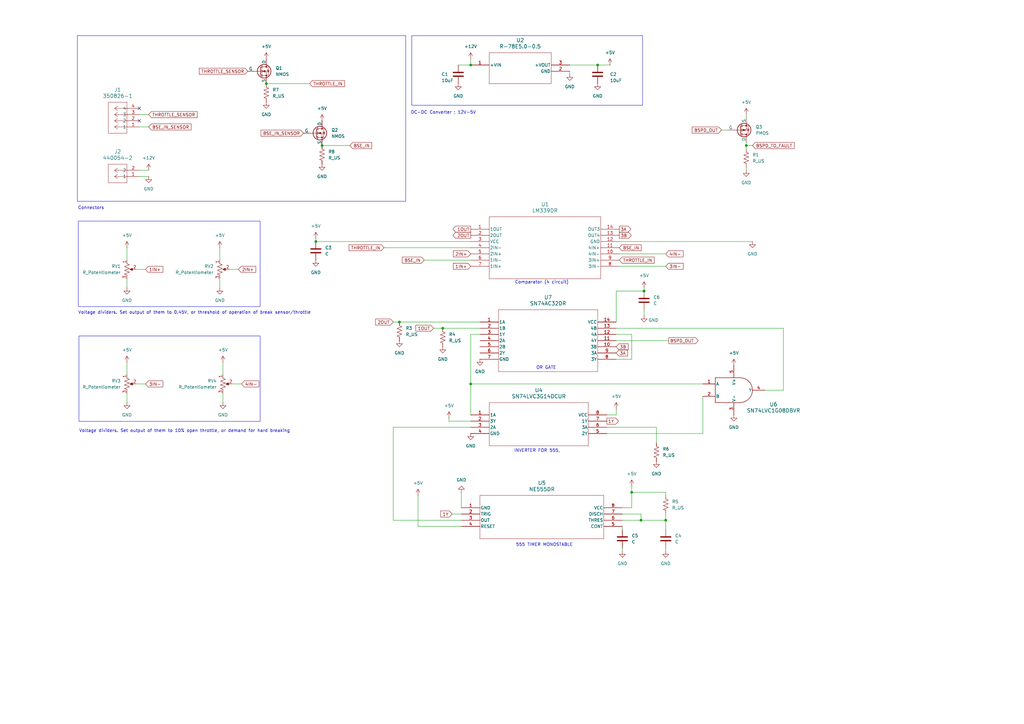
<source format=kicad_sch>
(kicad_sch (version 20231120) (generator "eeschema") (generator_version "8.0")
  (paper "A3")
  (lib_symbols
    (symbol "+5V_1" (power) (pin_numbers hide) (pin_names (offset 0) hide)
      (property "Value" "+5V" (at 0 3.556 0))
      (symbol "+5V_1_0_1"
        (polyline (pts (xy -0.762 1.27) (xy 0 2.54)))
        (polyline (pts (xy 0 0) (xy 0 2.54)))
        (polyline (pts (xy 0 2.54) (xy 0.762 1.27)))
      )
      (symbol "+5V_1_1_1"
        (pin power_in line (at 0 0 90) (length 0) (name "~") (number "1"))
      )
    )
    (symbol "350826-1:350826-1" (pin_names (offset 0.254))
      (property "Reference" "J" (at 8.89 6.35 0))
      (property "Value" "350826-1" (at 0 0 0))
      (symbol "350826-1_1_1"
        (polyline (pts (xy 5.08 -10.16) (xy 12.7 -10.16)) (stroke (width 0.127)))
        (polyline (pts (xy 5.08 2.54) (xy 5.08 -10.16)) (stroke (width 0.127)))
        (polyline (pts (xy 10.16 -7.62) (xy 5.08 -7.62)) (stroke (width 0.127)))
        (polyline (pts (xy 10.16 -7.62) (xy 8.89 -8.4667)) (stroke (width 0.127)))
        (polyline (pts (xy 10.16 -7.62) (xy 8.89 -6.7733)) (stroke (width 0.127)))
        (polyline (pts (xy 10.16 -5.08) (xy 5.08 -5.08)) (stroke (width 0.127)))
        (polyline (pts (xy 10.16 -5.08) (xy 8.89 -5.9267)) (stroke (width 0.127)))
        (polyline (pts (xy 10.16 -5.08) (xy 8.89 -4.2333)) (stroke (width 0.127)))
        (polyline (pts (xy 10.16 -2.54) (xy 5.08 -2.54)) (stroke (width 0.127)))
        (polyline (pts (xy 10.16 -2.54) (xy 8.89 -3.3867)) (stroke (width 0.127)))
        (polyline (pts (xy 10.16 -2.54) (xy 8.89 -1.6933)) (stroke (width 0.127)))
        (polyline (pts (xy 10.16 0) (xy 5.08 0)) (stroke (width 0.127)))
        (polyline (pts (xy 10.16 0) (xy 8.89 -0.8467)) (stroke (width 0.127)))
        (polyline (pts (xy 10.16 0) (xy 8.89 0.8467)) (stroke (width 0.127)))
        (polyline (pts (xy 12.7 -10.16) (xy 12.7 2.54)) (stroke (width 0.127)))
        (polyline (pts (xy 12.7 2.54) (xy 5.08 2.54)) (stroke (width 0.127)))
        (pin unspecified line (at 0 0 0) (length 5.08) (name "1") (number "1"))
        (pin unspecified line (at 0 -2.54 0) (length 5.08) (name "2") (number "2"))
        (pin unspecified line (at 0 -5.08 0) (length 5.08) (name "3") (number "3"))
        (pin unspecified line (at 0 -7.62 0) (length 5.08) (name "4") (number "4"))
      )
      (symbol "350826-1_1_2"
        (polyline (pts (xy 5.08 -10.16) (xy 12.7 -10.16)) (stroke (width 0.127)))
        (polyline (pts (xy 5.08 2.54) (xy 5.08 -10.16)) (stroke (width 0.127)))
        (polyline (pts (xy 7.62 -7.62) (xy 5.08 -7.62)) (stroke (width 0.127)))
        (polyline (pts (xy 7.62 -7.62) (xy 8.89 -8.4667)) (stroke (width 0.127)))
        (polyline (pts (xy 7.62 -7.62) (xy 8.89 -6.7733)) (stroke (width 0.127)))
        (polyline (pts (xy 7.62 -5.08) (xy 5.08 -5.08)) (stroke (width 0.127)))
        (polyline (pts (xy 7.62 -5.08) (xy 8.89 -5.9267)) (stroke (width 0.127)))
        (polyline (pts (xy 7.62 -5.08) (xy 8.89 -4.2333)) (stroke (width 0.127)))
        (polyline (pts (xy 7.62 -2.54) (xy 5.08 -2.54)) (stroke (width 0.127)))
        (polyline (pts (xy 7.62 -2.54) (xy 8.89 -3.3867)) (stroke (width 0.127)))
        (polyline (pts (xy 7.62 -2.54) (xy 8.89 -1.6933)) (stroke (width 0.127)))
        (polyline (pts (xy 7.62 0) (xy 5.08 0)) (stroke (width 0.127)))
        (polyline (pts (xy 7.62 0) (xy 8.89 -0.8467)) (stroke (width 0.127)))
        (polyline (pts (xy 7.62 0) (xy 8.89 0.8467)) (stroke (width 0.127)))
        (polyline (pts (xy 12.7 -10.16) (xy 12.7 2.54)) (stroke (width 0.127)))
        (polyline (pts (xy 12.7 2.54) (xy 5.08 2.54)) (stroke (width 0.127)))
        (pin unspecified line (at 0 0 0) (length 5.08) (name "1") (number "1"))
        (pin unspecified line (at 0 -2.54 0) (length 5.08) (name "2") (number "2"))
        (pin unspecified line (at 0 -5.08 0) (length 5.08) (name "3") (number "3"))
        (pin unspecified line (at 0 -7.62 0) (length 5.08) (name "4") (number "4"))
      )
    )
    (symbol "440054_2:440054-2" (pin_names (offset 0.254))
      (property "Reference" "J" (at 8.89 6.35 0))
      (property "Value" "440054-2" (at 0 0 0))
      (symbol "440054-2_1_1"
        (polyline (pts (xy 5.08 -5.08) (xy 12.7 -5.08)) (stroke (width 0.127)))
        (polyline (pts (xy 5.08 2.54) (xy 5.08 -5.08)) (stroke (width 0.127)))
        (polyline (pts (xy 10.16 -2.54) (xy 5.08 -2.54)) (stroke (width 0.127)))
        (polyline (pts (xy 10.16 -2.54) (xy 8.89 -3.3867)) (stroke (width 0.127)))
        (polyline (pts (xy 10.16 -2.54) (xy 8.89 -1.6933)) (stroke (width 0.127)))
        (polyline (pts (xy 10.16 0) (xy 5.08 0)) (stroke (width 0.127)))
        (polyline (pts (xy 10.16 0) (xy 8.89 -0.8467)) (stroke (width 0.127)))
        (polyline (pts (xy 10.16 0) (xy 8.89 0.8467)) (stroke (width 0.127)))
        (polyline (pts (xy 12.7 -5.08) (xy 12.7 2.54)) (stroke (width 0.127)))
        (polyline (pts (xy 12.7 2.54) (xy 5.08 2.54)) (stroke (width 0.127)))
        (pin unspecified line (at 0 0 0) (length 5.08) (name "1") (number "1"))
        (pin unspecified line (at 0 -2.54 0) (length 5.08) (name "2") (number "2"))
      )
      (symbol "440054-2_1_2"
        (polyline (pts (xy 5.08 -5.08) (xy 12.7 -5.08)) (stroke (width 0.127)))
        (polyline (pts (xy 5.08 2.54) (xy 5.08 -5.08)) (stroke (width 0.127)))
        (polyline (pts (xy 7.62 -2.54) (xy 5.08 -2.54)) (stroke (width 0.127)))
        (polyline (pts (xy 7.62 -2.54) (xy 8.89 -3.3867)) (stroke (width 0.127)))
        (polyline (pts (xy 7.62 -2.54) (xy 8.89 -1.6933)) (stroke (width 0.127)))
        (polyline (pts (xy 7.62 0) (xy 5.08 0)) (stroke (width 0.127)))
        (polyline (pts (xy 7.62 0) (xy 8.89 -0.8467)) (stroke (width 0.127)))
        (polyline (pts (xy 7.62 0) (xy 8.89 0.8467)) (stroke (width 0.127)))
        (polyline (pts (xy 12.7 -5.08) (xy 12.7 2.54)) (stroke (width 0.127)))
        (polyline (pts (xy 12.7 2.54) (xy 5.08 2.54)) (stroke (width 0.127)))
        (pin unspecified line (at 0 0 0) (length 5.08) (name "1") (number "1"))
        (pin unspecified line (at 0 -2.54 0) (length 5.08) (name "2") (number "2"))
      )
    )
    (symbol "Device:C" (pin_numbers hide) (pin_names (offset 0.254))
      (property "Reference" "C" (at 0.635 2.54 0))
      (property "Value" "C" (at 0.635 -2.54 0))
      (symbol "C_0_1"
        (polyline (pts (xy -2.032 -0.762) (xy 2.032 -0.762)) (stroke (width 0.508)))
        (polyline (pts (xy -2.032 0.762) (xy 2.032 0.762)) (stroke (width 0.508)))
      )
      (symbol "C_1_1"
        (pin passive line (at 0 3.81 270) (length 2.794) (name "~") (number "1"))
        (pin passive line (at 0 -3.81 90) (length 2.794) (name "~") (number "2"))
      )
    )
    (symbol "Device:R_Potentiometer_US" (pin_names (offset 1.016) hide)
      (property "Reference" "RV" (at -4.445 0 90))
      (property "Value" "R_Potentiometer_US" (at -2.54 0 90))
      (symbol "R_Potentiometer_US_0_1"
        (polyline (pts (xy 0 -2.286) (xy 0 -2.54)))
        (polyline (pts (xy 0 2.54) (xy 0 2.286)))
        (polyline (pts (xy 2.54 0) (xy 1.524 0)))
        (polyline (pts (xy 1.143 0) (xy 2.286 0.508) (xy 2.286 -0.508) (xy 1.143 0)) (fill (type outline)))
        (polyline (pts (xy 0 -0.762) (xy 1.016 -1.143) (xy 0 -1.524) (xy -1.016 -1.905) (xy 0 -2.286)))
        (polyline (pts (xy 0 0.762) (xy 1.016 0.381) (xy 0 0) (xy -1.016 -0.381) (xy 0 -0.762)))
        (polyline (pts (xy 0 2.286) (xy 1.016 1.905) (xy 0 1.524) (xy -1.016 1.143) (xy 0 0.762)))
      )
      (symbol "R_Potentiometer_US_1_1"
        (pin passive line (at 0 3.81 270) (length 1.27) (name "1") (number "1"))
        (pin passive line (at 3.81 0 180) (length 1.27) (name "2") (number "2"))
        (pin passive line (at 0 -3.81 90) (length 1.27) (name "3") (number "3"))
      )
    )
    (symbol "Device:R_US" (pin_numbers hide) (pin_names (offset 0))
      (property "Reference" "R" (at 2.54 0 90))
      (property "Value" "R_US" (at -2.54 0 90))
      (symbol "R_US_0_1"
        (polyline (pts (xy 0 -2.286) (xy 0 -2.54)))
        (polyline (pts (xy 0 2.286) (xy 0 2.54)))
        (polyline (pts (xy 0 -0.762) (xy 1.016 -1.143) (xy 0 -1.524) (xy -1.016 -1.905) (xy 0 -2.286)))
        (polyline (pts (xy 0 0.762) (xy 1.016 0.381) (xy 0 0) (xy -1.016 -0.381) (xy 0 -0.762)))
        (polyline (pts (xy 0 2.286) (xy 1.016 1.905) (xy 0 1.524) (xy -1.016 1.143) (xy 0 0.762)))
      )
      (symbol "R_US_1_1"
        (pin passive line (at 0 3.81 270) (length 1.27) (name "~") (number "1"))
        (pin passive line (at 0 -3.81 90) (length 1.27) (name "~") (number "2"))
      )
    )
    (symbol "LM339DR:LM339DR" (pin_names (offset 0.254))
      (property "Reference" "U" (at 30.48 10.16 0))
      (property "Value" "LM339DR" (at 30.48 7.62 0))
      (symbol "LM339DR_0_1"
        (polyline (pts (xy 7.62 -20.32) (xy 53.34 -20.32)) (stroke (width 0.127)))
        (polyline (pts (xy 7.62 5.08) (xy 7.62 -20.32)) (stroke (width 0.127)))
        (polyline (pts (xy 53.34 -20.32) (xy 53.34 5.08)) (stroke (width 0.127)))
        (polyline (pts (xy 53.34 5.08) (xy 7.62 5.08)) (stroke (width 0.127)))
        (pin output line (at 0 0 0) (length 7.62) (name "1OUT") (number "1"))
        (pin input line (at 60.96 -10.16 180) (length 7.62) (name "4IN-") (number "10"))
        (pin input line (at 60.96 -7.62 180) (length 7.62) (name "4IN+") (number "11"))
        (pin power_in line (at 60.96 -5.08 180) (length 7.62) (name "GND") (number "12"))
        (pin output line (at 60.96 -2.54 180) (length 7.62) (name "OUT4") (number "13"))
        (pin output line (at 60.96 0 180) (length 7.62) (name "OUT3") (number "14"))
        (pin output line (at 0 -2.54 0) (length 7.62) (name "2OUT") (number "2"))
        (pin power_in line (at 0 -5.08 0) (length 7.62) (name "VCC") (number "3"))
        (pin input line (at 0 -7.62 0) (length 7.62) (name "2IN-") (number "4"))
        (pin input line (at 0 -10.16 0) (length 7.62) (name "2IN+") (number "5"))
        (pin input line (at 0 -12.7 0) (length 7.62) (name "1IN-") (number "6"))
        (pin input line (at 0 -15.24 0) (length 7.62) (name "1IN+") (number "7"))
        (pin input line (at 60.96 -15.24 180) (length 7.62) (name "3IN-") (number "8"))
        (pin input line (at 60.96 -12.7 180) (length 7.62) (name "3IN+") (number "9"))
      )
    )
    (symbol "NE555DR:NE555DR" (pin_names (offset 0.254))
      (property "Reference" "U" (at 33.02 10.16 0))
      (property "Value" "NE555DR" (at 33.02 7.62 0))
      (symbol "NE555DR_0_1"
        (polyline (pts (xy 7.62 -12.7) (xy 58.42 -12.7)) (stroke (width 0.127)))
        (polyline (pts (xy 7.62 5.08) (xy 7.62 -12.7)) (stroke (width 0.127)))
        (polyline (pts (xy 58.42 -12.7) (xy 58.42 5.08)) (stroke (width 0.127)))
        (polyline (pts (xy 58.42 5.08) (xy 7.62 5.08)) (stroke (width 0.127)))
        (pin power_in line (at 0 0 0) (length 7.62) (name "GND") (number "1"))
        (pin input line (at 0 -2.54 0) (length 7.62) (name "TRIG") (number "2"))
        (pin output line (at 0 -5.08 0) (length 7.62) (name "OUT") (number "3"))
        (pin input line (at 0 -7.62 0) (length 7.62) (name "RESET") (number "4"))
        (pin unspecified line (at 66.04 -7.62 180) (length 7.62) (name "CONT") (number "5"))
        (pin input line (at 66.04 -5.08 180) (length 7.62) (name "THRES") (number "6"))
        (pin unspecified line (at 66.04 -2.54 180) (length 7.62) (name "DISCH") (number "7"))
        (pin power_in line (at 66.04 0 180) (length 7.62) (name "VCC") (number "8"))
      )
    )
    (symbol "R_78E5_0_0_5:R-78E5.0-0.5" (pin_names (offset 0.254))
      (property "Reference" "U" (at 20.32 10.16 0))
      (property "Value" "R-78E5.0-0.5" (at 20.32 7.62 0))
      (symbol "R-78E5.0-0.5_0_1"
        (polyline (pts (xy 7.62 -7.62) (xy 33.02 -7.62)) (stroke (width 0.127)))
        (polyline (pts (xy 7.62 5.08) (xy 7.62 -7.62)) (stroke (width 0.127)))
        (polyline (pts (xy 33.02 -7.62) (xy 33.02 5.08)) (stroke (width 0.127)))
        (polyline (pts (xy 33.02 5.08) (xy 7.62 5.08)) (stroke (width 0.127)))
        (pin power_in line (at 0 0 0) (length 7.62) (name "+VIN") (number "1"))
        (pin power_out line (at 40.64 -2.54 180) (length 7.62) (name "GND") (number "2"))
        (pin power_in line (at 40.64 0 180) (length 7.62) (name "+VOUT") (number "3"))
      )
    )
    (symbol "SN74AC32DR:SN74AC32DR" (pin_names (offset 0.254))
      (property "Reference" "U" (at 27.94 10.16 0))
      (property "Value" "SN74AC32DR" (at 27.94 7.62 0))
      (symbol "SN74AC32DR_0_1"
        (polyline (pts (xy 7.62 -20.32) (xy 48.26 -20.32)) (stroke (width 0.127)))
        (polyline (pts (xy 7.62 5.08) (xy 7.62 -20.32)) (stroke (width 0.127)))
        (polyline (pts (xy 48.26 -20.32) (xy 48.26 5.08)) (stroke (width 0.127)))
        (polyline (pts (xy 48.26 5.08) (xy 7.62 5.08)) (stroke (width 0.127)))
        (pin input line (at 0 0 0) (length 7.62) (name "1A") (number "1"))
        (pin input line (at 55.88 -10.16 180) (length 7.62) (name "3B") (number "10"))
        (pin output line (at 55.88 -7.62 180) (length 7.62) (name "4Y") (number "11"))
        (pin input line (at 55.88 -5.08 180) (length 7.62) (name "4A") (number "12"))
        (pin input line (at 55.88 -2.54 180) (length 7.62) (name "4B") (number "13"))
        (pin power_in line (at 55.88 0 180) (length 7.62) (name "VCC") (number "14"))
        (pin input line (at 0 -2.54 0) (length 7.62) (name "1B") (number "2"))
        (pin output line (at 0 -5.08 0) (length 7.62) (name "1Y") (number "3"))
        (pin input line (at 0 -7.62 0) (length 7.62) (name "2A") (number "4"))
        (pin input line (at 0 -10.16 0) (length 7.62) (name "2B") (number "5"))
        (pin output line (at 0 -12.7 0) (length 7.62) (name "2Y") (number "6"))
        (pin power_in line (at 0 -15.24 0) (length 7.62) (name "GND") (number "7"))
        (pin output line (at 55.88 -15.24 180) (length 7.62) (name "3Y") (number "8"))
        (pin input line (at 55.88 -12.7 180) (length 7.62) (name "3A") (number "9"))
      )
    )
    (symbol "SN74LVC1G08DBVR:SN74LVC1G08DBVR" (pin_names (offset 0.254))
      (property "Reference" "U" (at 0 2.54 0))
      (property "Value" "SN74LVC1G08DBVR" (at 0 0 0))
      (symbol "SN74LVC1G08DBVR_0_1"
        (polyline (pts (xy -7.62 -5.08) (xy -7.62 5.08)) (stroke (width 0.2032)))
        (polyline (pts (xy -7.62 5.08) (xy -6.35 5.08)) (stroke (width 0.2032)))
        (polyline (pts (xy -6.35 -5.08) (xy -7.62 -5.08)) (stroke (width 0.2032)))
        (polyline (pts (xy -6.35 -5.08) (xy 2.54 -5.08)) (stroke (width 0.2032)))
        (polyline (pts (xy -6.35 5.08) (xy 2.54 5.08)) (stroke (width 0.2032)))
        (arc (start 2.54 -5.08) (mid 7.5978 0) (end 2.54 5.08) (stroke (width 0.2032)))
        (pin input line (at -12.7 2.54 0) (length 5.08) (name "A") (number "1"))
        (pin input line (at -12.7 -2.54 0) (length 5.08) (name "B") (number "2"))
        (pin power_in line (at 0 -10.16 90) (length 5.08) (name "V-") (number "3"))
        (pin output line (at 12.7 0 180) (length 5.08) (name "Y") (number "4"))
        (pin power_in line (at 0 10.16 270) (length 5.08) (name "V+") (number "5"))
      )
    )
    (symbol "SN74LVC3G14DCUR:SN74LVC3G14DCUR" (pin_names (offset 0.254))
      (property "Reference" "U" (at 27.94 10.16 0))
      (property "Value" "SN74LVC3G14DCUR" (at 27.94 7.62 0))
      (symbol "SN74LVC3G14DCUR_0_1"
        (polyline (pts (xy 7.62 -12.7) (xy 48.26 -12.7)) (stroke (width 0.127)))
        (polyline (pts (xy 7.62 5.08) (xy 7.62 -12.7)) (stroke (width 0.127)))
        (polyline (pts (xy 48.26 -12.7) (xy 48.26 5.08)) (stroke (width 0.127)))
        (polyline (pts (xy 48.26 5.08) (xy 7.62 5.08)) (stroke (width 0.127)))
        (pin input line (at 0 0 0) (length 7.62) (name "1A") (number "1"))
        (pin output line (at 0 -2.54 0) (length 7.62) (name "3Y") (number "2"))
        (pin input line (at 0 -5.08 0) (length 7.62) (name "2A") (number "3"))
        (pin power_in line (at 0 -7.62 0) (length 7.62) (name "GND") (number "4"))
        (pin output line (at 55.88 -7.62 180) (length 7.62) (name "2Y") (number "5"))
        (pin input line (at 55.88 -5.08 180) (length 7.62) (name "3A") (number "6"))
        (pin output line (at 55.88 -2.54 180) (length 7.62) (name "1Y") (number "7"))
        (pin power_in line (at 55.88 0 180) (length 7.62) (name "VCC") (number "8"))
      )
    )
    (symbol "Simulation_SPICE:NMOS" (pin_numbers hide) (pin_names (offset 0))
      (property "Reference" "Q" (at 5.08 1.27 0))
      (property "Value" "NMOS" (at 5.08 -1.27 0))
      (symbol "NMOS_0_1"
        (polyline (pts (xy 0.254 0) (xy -2.54 0)))
        (polyline (pts (xy 0.254 1.905) (xy 0.254 -1.905)) (stroke (width 0.254)))
        (polyline (pts (xy 0.762 -1.27) (xy 0.762 -2.286)) (stroke (width 0.254)))
        (polyline (pts (xy 0.762 0.508) (xy 0.762 -0.508)) (stroke (width 0.254)))
        (polyline (pts (xy 0.762 2.286) (xy 0.762 1.27)) (stroke (width 0.254)))
        (polyline (pts (xy 2.54 2.54) (xy 2.54 1.778)))
        (polyline (pts (xy 2.54 -2.54) (xy 2.54 0) (xy 0.762 0)))
        (polyline (pts (xy 0.762 -1.778) (xy 3.302 -1.778) (xy 3.302 1.778) (xy 0.762 1.778)))
        (polyline (pts (xy 1.016 0) (xy 2.032 0.381) (xy 2.032 -0.381) (xy 1.016 0)) (fill (type outline)))
        (polyline (pts (xy 2.794 0.508) (xy 2.921 0.381) (xy 3.683 0.381) (xy 3.81 0.254)))
        (polyline (pts (xy 3.302 0.381) (xy 2.921 -0.254) (xy 3.683 -0.254) (xy 3.302 0.381)))
        (circle (center 1.651 0) (radius 2.794) (stroke (width 0.254)))
        (circle (center 2.54 -1.778) (radius 0.254) (fill (type outline)))
        (circle (center 2.54 1.778) (radius 0.254) (fill (type outline)))
      )
      (symbol "NMOS_1_1"
        (pin passive line (at 2.54 5.08 270) (length 2.54) (name "D") (number "1"))
        (pin input line (at -5.08 0 0) (length 2.54) (name "G") (number "2"))
        (pin passive line (at 2.54 -5.08 90) (length 2.54) (name "S") (number "3"))
      )
    )
    (symbol "Simulation_SPICE:PMOS" (pin_numbers hide) (pin_names (offset 0))
      (property "Reference" "Q" (at 5.08 1.27 0))
      (property "Value" "PMOS" (at 5.08 -1.27 0))
      (symbol "PMOS_0_1"
        (polyline (pts (xy 0.254 0) (xy -2.54 0)))
        (polyline (pts (xy 0.254 1.905) (xy 0.254 -1.905)) (stroke (width 0.254)))
        (polyline (pts (xy 0.762 -1.27) (xy 0.762 -2.286)) (stroke (width 0.254)))
        (polyline (pts (xy 0.762 0.508) (xy 0.762 -0.508)) (stroke (width 0.254)))
        (polyline (pts (xy 0.762 2.286) (xy 0.762 1.27)) (stroke (width 0.254)))
        (polyline (pts (xy 2.54 2.54) (xy 2.54 1.778)))
        (polyline (pts (xy 2.54 -2.54) (xy 2.54 0) (xy 0.762 0)))
        (polyline (pts (xy 0.762 1.778) (xy 3.302 1.778) (xy 3.302 -1.778) (xy 0.762 -1.778)))
        (polyline (pts (xy 2.286 0) (xy 1.27 0.381) (xy 1.27 -0.381) (xy 2.286 0)) (fill (type outline)))
        (polyline (pts (xy 2.794 -0.508) (xy 2.921 -0.381) (xy 3.683 -0.381) (xy 3.81 -0.254)))
        (polyline (pts (xy 3.302 -0.381) (xy 2.921 0.254) (xy 3.683 0.254) (xy 3.302 -0.381)))
        (circle (center 1.651 0) (radius 2.794) (stroke (width 0.254)))
        (circle (center 2.54 -1.778) (radius 0.254) (fill (type outline)))
        (circle (center 2.54 1.778) (radius 0.254) (fill (type outline)))
      )
      (symbol "PMOS_1_1"
        (pin passive line (at 2.54 5.08 270) (length 2.54) (name "D") (number "1"))
        (pin input line (at -5.08 0 0) (length 2.54) (name "G") (number "2"))
        (pin passive line (at 2.54 -5.08 90) (length 2.54) (name "S") (number "3"))
      )
    )
    (symbol "power:+12V" (power) (pin_numbers hide) (pin_names (offset 0) hide)
      (property "Value" "+12V" (at 0 3.556 0))
      (symbol "+12V_0_1"
        (polyline (pts (xy -0.762 1.27) (xy 0 2.54)))
        (polyline (pts (xy 0 0) (xy 0 2.54)))
        (polyline (pts (xy 0 2.54) (xy 0.762 1.27)))
      )
      (symbol "+12V_1_1"
        (pin power_in line (at 0 0 90) (length 0) (name "~") (number "1"))
      )
    )
    (symbol "power:+5V" (power) (pin_numbers hide) (pin_names (offset 0) hide)
      (property "Value" "+5V" (at 0 5.08 0))
      (symbol "+5V_0_1"
        (polyline (pts (xy -0.762 1.27) (xy 0 2.54)))
        (polyline (pts (xy 0 0) (xy 0 2.54)))
        (polyline (pts (xy 0 2.54) (xy 0.762 1.27)))
      )
      (symbol "+5V_1_1"
        (pin power_out line (at 0 0 90) (length 0) (name "~") (number "1"))
      )
    )
    (symbol "power:GND" (power) (pin_numbers hide) (pin_names (offset 0) hide)
      (property "Value" "GND" (at 0 -3.81 0))
      (symbol "GND_0_1"
        (polyline (pts (xy 0 0) (xy 0 -1.27) (xy 1.27 -1.27) (xy 0 -2.54) (xy -1.27 -1.27) (xy 0 -1.27)))
      )
      (symbol "GND_1_1"
        (pin power_in line (at 0 0 270) (length 0) (name "~") (number "1"))
      )
    )
  )
  (junction (at 193.04 26.67))
  (junction (at 193.04 157.48))
  (junction (at 129.54 99.06))
  (junction (at 262.89 213.36))
  (junction (at 163.83 132.08))
  (junction (at 132.08 59.69))
  (junction (at 181.61 134.62))
  (junction (at 306.07 59.69))
  (junction (at 273.05 213.36))
  (junction (at 259.08 201.93))
  (junction (at 245.11 26.67))
  (junction (at 109.22 34.29))
  (junction (at 264.16 119.38))
  (no_connect (at 57.15 44.45))
  (no_connect (at 57.15 49.53))
  (wire (pts (xy 264.16 127) (xy 264.16 129.54)))
  (wire (pts (xy 269.24 175.26) (xy 269.24 181.61)))
  (wire (pts (xy 95.25 157.48) (xy 99.06 157.48)))
  (wire (pts (xy 259.08 147.32) (xy 259.08 137.16)))
  (wire (pts (xy 52.07 161.29) (xy 52.07 165.1)))
  (wire (pts (xy 161.29 175.26) (xy 193.04 175.26)))
  (wire (pts (xy 273.05 104.14) (xy 254 104.14)))
  (wire (pts (xy 57.15 46.99) (xy 60.96 46.99)))
  (wire (pts (xy 252.73 167.64) (xy 252.73 170.18)))
  (wire (pts (xy 57.15 52.07) (xy 60.96 52.07)))
  (wire (pts (xy 233.68 29.21) (xy 233.68 30.48)))
  (wire (pts (xy 259.08 201.93) (xy 273.05 201.93)))
  (wire (pts (xy 255.27 215.9) (xy 255.27 217.17)))
  (wire (pts (xy 262.89 213.36) (xy 273.05 213.36)))
  (wire (pts (xy 254 99.06) (xy 308.61 99.06)))
  (wire (pts (xy 196.85 137.16) (xy 193.04 137.16)))
  (wire (pts (xy 252.73 139.7) (xy 274.32 139.7)))
  (wire (pts (xy 245.11 26.67) (xy 250.19 26.67)))
  (wire (pts (xy 262.89 210.82) (xy 255.27 210.82)))
  (wire (pts (xy 252.73 147.32) (xy 259.08 147.32)))
  (wire (pts (xy 269.24 175.26) (xy 248.92 175.26)))
  (wire (pts (xy 306.07 58.42) (xy 306.07 59.69)))
  (wire (pts (xy 52.07 148.59) (xy 52.07 153.67)))
  (wire (pts (xy 313.69 160.02) (xy 321.31 160.02)))
  (wire (pts (xy 129.54 99.06) (xy 129.54 97.79)))
  (wire (pts (xy 255.27 226.06) (xy 255.27 224.79)))
  (wire (pts (xy 308.61 59.69) (xy 306.07 59.69)))
  (wire (pts (xy 193.04 137.16) (xy 193.04 157.48)))
  (wire (pts (xy 181.61 134.62) (xy 196.85 134.62)))
  (wire (pts (xy 55.88 110.49) (xy 59.69 110.49)))
  (wire (pts (xy 173.99 106.68) (xy 193.04 106.68)))
  (wire (pts (xy 52.07 101.6) (xy 52.07 106.68)))
  (wire (pts (xy 177.8 134.62) (xy 181.61 134.62)))
  (wire (pts (xy 273.05 210.82) (xy 273.05 213.36)))
  (wire (pts (xy 288.29 162.56) (xy 288.29 177.8)))
  (wire (pts (xy 132.08 59.69) (xy 143.51 59.69)))
  (wire (pts (xy 129.54 99.06) (xy 193.04 99.06)))
  (wire (pts (xy 259.08 199.39) (xy 259.08 201.93)))
  (wire (pts (xy 157.48 101.6) (xy 193.04 101.6)))
  (wire (pts (xy 252.73 119.38) (xy 264.16 119.38)))
  (wire (pts (xy 306.07 69.85) (xy 306.07 68.58)))
  (wire (pts (xy 259.08 208.28) (xy 255.27 208.28)))
  (wire (pts (xy 193.04 157.48) (xy 288.29 157.48)))
  (wire (pts (xy 52.07 114.3) (xy 52.07 118.11)))
  (wire (pts (xy 262.89 213.36) (xy 262.89 210.82)))
  (wire (pts (xy 259.08 137.16) (xy 252.73 137.16)))
  (wire (pts (xy 189.23 213.36) (xy 161.29 213.36)))
  (wire (pts (xy 193.04 24.13) (xy 193.04 26.67)))
  (wire (pts (xy 57.15 72.39) (xy 60.96 72.39)))
  (wire (pts (xy 273.05 226.06) (xy 273.05 224.79)))
  (wire (pts (xy 161.29 132.08) (xy 163.83 132.08)))
  (wire (pts (xy 252.73 170.18) (xy 248.92 170.18)))
  (wire (pts (xy 259.08 201.93) (xy 259.08 208.28)))
  (wire (pts (xy 321.31 160.02) (xy 321.31 134.62)))
  (wire (pts (xy 252.73 119.38) (xy 252.73 132.08)))
  (wire (pts (xy 273.05 201.93) (xy 273.05 203.2)))
  (wire (pts (xy 163.83 132.08) (xy 196.85 132.08)))
  (wire (pts (xy 264.16 118.11) (xy 264.16 119.38)))
  (wire (pts (xy 93.98 110.49) (xy 97.79 110.49)))
  (wire (pts (xy 57.15 69.85) (xy 60.96 69.85)))
  (wire (pts (xy 189.23 215.9) (xy 171.45 215.9)))
  (wire (pts (xy 55.88 157.48) (xy 59.69 157.48)))
  (wire (pts (xy 184.15 171.45) (xy 184.15 172.72)))
  (wire (pts (xy 184.15 172.72) (xy 193.04 172.72)))
  (wire (pts (xy 273.05 109.22) (xy 254 109.22)))
  (wire (pts (xy 193.04 157.48) (xy 193.04 170.18)))
  (wire (pts (xy 255.27 213.36) (xy 262.89 213.36)))
  (wire (pts (xy 321.31 134.62) (xy 252.73 134.62)))
  (wire (pts (xy 295.91 53.34) (xy 298.45 53.34)))
  (wire (pts (xy 306.07 46.99) (xy 306.07 48.26)))
  (wire (pts (xy 90.17 114.3) (xy 90.17 118.11)))
  (wire (pts (xy 273.05 217.17) (xy 273.05 213.36)))
  (wire (pts (xy 171.45 203.2) (xy 171.45 215.9)))
  (wire (pts (xy 233.68 26.67) (xy 245.11 26.67)))
  (wire (pts (xy 306.07 59.69) (xy 306.07 60.96)))
  (wire (pts (xy 90.17 101.6) (xy 90.17 106.68)))
  (wire (pts (xy 91.44 161.29) (xy 91.44 165.1)))
  (wire (pts (xy 187.96 26.67) (xy 193.04 26.67)))
  (wire (pts (xy 91.44 148.59) (xy 91.44 153.67)))
  (wire (pts (xy 248.92 177.8) (xy 288.29 177.8)))
  (wire (pts (xy 189.23 201.93) (xy 189.23 208.28)))
  (wire (pts (xy 185.42 210.82) (xy 189.23 210.82)))
  (wire (pts (xy 109.22 34.29) (xy 127 34.29)))
  (wire (pts (xy 161.29 213.36) (xy 161.29 175.26)))
  (rectangle (start 31.75 14.605) (end 166.37 82.55))
  (rectangle (start 168.91 14.605) (end 263.525 43.18))
  (rectangle (start 32.385 137.795) (end 106.68 172.847))
  (rectangle (start 32.131 90.678) (end 106.68 125.73))
  (text "Comparator (4 circuit)\n" (at 222.25 115.824 0) (effects (font (size 1.27 1.27))))
  (text "OR GATE\n" (at 224.028 150.876 0) (effects (font (size 1.27 1.27))))
  (text "Voltage dividers. Set output of them to 10% open throttle, or demand for hard breaking\n" (at 75.692 176.784 0) (effects (font (size 1.27 1.27))))
  (text "Voltage dividers. Set output of them to 0.45V, or threshold of operation of break sensor/throttle\n" (at 79.756 128.27 0) (effects (font (size 1.27 1.27))))
  (text "INVERTER FOR 555, \n" (at 210.82 184.912 0) (effects (font (size 1.27 1.27)) (justify left)))
  (text "555 TIMER MONOSTABLE\n" (at 211.582 223.52 0) (effects (font (size 1.27 1.27)) (justify left)))
  (text "DC-DC Converter ; 12V-5V\n" (at 181.864 46.228 0) (effects (font (size 1.27 1.27))))
  (text "Connectors \n" (at 37.846 85.344 0) (effects (font (size 1.27 1.27))))
  (global_label "BSPD_OUT" (shape output) (at 274.32 139.7 0) (property "Intersheetrefs" "${INTERSHEET_REFS}" (effects (hide yes))))
  (global_label "2OUT" (shape output) (at 193.04 96.52 180) (property "Intersheetrefs" "${INTERSHEET_REFS}" (effects (hide yes))))
  (global_label "BSPD_TO_FAULT" (shape input) (at 308.61 59.69 0) (property "Intersheetrefs" "${INTERSHEET_REFS}" (effects (hide yes))))
  (global_label "4IN-" (shape input) (at 273.05 104.14 0) (property "Intersheetrefs" "${INTERSHEET_REFS}" (effects (hide yes))))
  (global_label "THROTTLE_SENSOR" (shape input) (at 60.96 46.99 0) (property "Intersheetrefs" "${INTERSHEET_REFS}" (effects (hide yes))))
  (global_label "3B" (shape output) (at 254 96.52 0) (property "Intersheetrefs" "${INTERSHEET_REFS}" (effects (hide yes))))
  (global_label "1IN+" (shape input) (at 59.69 110.49 0) (property "Intersheetrefs" "${INTERSHEET_REFS}" (effects (hide yes))))
  (global_label "BSPD_OUT" (shape input) (at 295.91 53.34 180) (property "Intersheetrefs" "${INTERSHEET_REFS}" (effects (hide yes))))
  (global_label "1Y" (shape input) (at 185.42 210.82 180) (property "Intersheetrefs" "${INTERSHEET_REFS}" (effects (hide yes))))
  (global_label "THROTTLE_IN" (shape input) (at 127 34.29 0) (property "Intersheetrefs" "${INTERSHEET_REFS}" (effects (hide yes))))
  (global_label "BSE_IN" (shape input) (at 143.51 59.69 0) (property "Intersheetrefs" "${INTERSHEET_REFS}" (effects (hide yes))))
  (global_label "1OUT" (shape input) (at 177.8 134.62 180) (property "Intersheetrefs" "${INTERSHEET_REFS}" (effects (hide yes))))
  (global_label "1Y" (shape output) (at 248.92 172.72 0) (property "Intersheetrefs" "${INTERSHEET_REFS}" (effects (hide yes))))
  (global_label "3IN-" (shape input) (at 273.05 109.22 0) (property "Intersheetrefs" "${INTERSHEET_REFS}" (effects (hide yes))))
  (global_label "1OUT" (shape output) (at 193.04 93.98 180) (property "Intersheetrefs" "${INTERSHEET_REFS}" (effects (hide yes))))
  (global_label "3B" (shape input) (at 252.73 142.24 0) (property "Intersheetrefs" "${INTERSHEET_REFS}" (effects (hide yes))))
  (global_label "3IN-" (shape input) (at 59.69 157.48 0) (property "Intersheetrefs" "${INTERSHEET_REFS}" (effects (hide yes))))
  (global_label "THROTTLE_IN" (shape input) (at 157.48 101.6 180) (property "Intersheetrefs" "${INTERSHEET_REFS}" (effects (hide yes))))
  (global_label "BSE_IN_SENSOR" (shape input) (at 124.46 54.61 180) (property "Intersheetrefs" "${INTERSHEET_REFS}" (effects (hide yes))))
  (global_label "THROTTLE_IN" (shape input) (at 254 106.68 0) (property "Intersheetrefs" "${INTERSHEET_REFS}" (effects (hide yes))))
  (global_label "2OUT" (shape input) (at 161.29 132.08 180) (property "Intersheetrefs" "${INTERSHEET_REFS}" (effects (hide yes))))
  (global_label "BSE_IN" (shape input) (at 173.99 106.68 180) (property "Intersheetrefs" "${INTERSHEET_REFS}" (effects (hide yes))))
  (global_label "3A" (shape input) (at 252.73 144.78 0) (property "Intersheetrefs" "${INTERSHEET_REFS}" (effects (hide yes))))
  (global_label "BSE_IN_SENSOR" (shape input) (at 60.96 52.07 0) (property "Intersheetrefs" "${INTERSHEET_REFS}" (effects (hide yes))))
  (global_label "3A" (shape output) (at 254 93.98 0) (property "Intersheetrefs" "${INTERSHEET_REFS}" (effects (hide yes))))
  (global_label "1IN+" (shape input) (at 193.04 109.22 180) (property "Intersheetrefs" "${INTERSHEET_REFS}" (effects (hide yes))))
  (global_label "2IN+" (shape input) (at 193.04 104.14 180) (property "Intersheetrefs" "${INTERSHEET_REFS}" (effects (hide yes))))
  (global_label "BSE_IN" (shape input) (at 254 101.6 0) (property "Intersheetrefs" "${INTERSHEET_REFS}" (effects (hide yes))))
  (global_label "THROTTLE_SENSOR" (shape input) (at 101.6 29.21 180) (property "Intersheetrefs" "${INTERSHEET_REFS}" (effects (hide yes))))
  (global_label "4IN-" (shape input) (at 99.06 157.48 0) (property "Intersheetrefs" "${INTERSHEET_REFS}" (effects (hide yes))))
  (global_label "2IN+" (shape input) (at 97.79 110.49 0) (property "Intersheetrefs" "${INTERSHEET_REFS}" (effects (hide yes))))
  (symbol (lib_id "power:+12V") (at 193.04 24.13 0) (unit 1)
    (property "Reference" "#PWR03" (effects (hide yes)))
    (property "Value" "+12V" (at 193.04 19.05 0))
    (property "Description" "Power symbol creates a global label with name \"+12V\"" (effects (hide yes)))
  )
  (symbol (lib_id "power:GND") (at 189.23 201.93 180) (unit 1)
    (property "Reference" "#PWR027" (effects (hide yes)))
    (property "Value" "GND" (at 189.23 196.85 0))
    (property "Description" "Power symbol creates a global label with name \"GND\" , ground" (effects (hide yes)))
  )
  (symbol (lib_id "Device:C") (at 255.27 220.98 0) (unit 1)
    (property "Reference" "C5" (at 259.08 219.7099 0) (effects (justify left)))
    (property "Value" "C" (at 259.08 222.2499 0) (effects (justify left)))
    (property "Description" "Unpolarized capacitor" (effects (hide yes)))
  )
  (symbol (lib_id "power:+5V") (at 91.44 148.59 0) (unit 1)
    (property "Reference" "#PWR034" (effects (hide yes)))
    (property "Value" "+5V" (at 91.44 143.51 0))
    (property "Description" "Power symbol creates a global label with name \"+5V\"" (effects (hide yes)))
  )
  (symbol (lib_id "power:GND") (at 181.61 142.24 0) (unit 1)
    (property "Reference" "#PWR020" (effects (hide yes)))
    (property "Value" "GND" (at 181.61 147.32 0))
    (property "Description" "Power symbol creates a global label with name \"GND\" , ground" (effects (hide yes)))
  )
  (symbol (lib_id "power:GND") (at 196.85 147.32 0) (unit 1)
    (property "Reference" "#PWR015" (effects (hide yes)))
    (property "Value" "GND" (at 196.85 152.4 0))
    (property "Description" "Power symbol creates a global label with name \"GND\" , ground" (effects (hide yes)))
  )
  (symbol (lib_id "power:GND") (at 52.07 165.1 0) (unit 1)
    (property "Reference" "#PWR033" (effects (hide yes)))
    (property "Value" "GND" (at 52.07 170.18 0))
    (property "Description" "Power symbol creates a global label with name \"GND\" , ground" (effects (hide yes)))
  )
  (symbol (lib_id "power:GND") (at 132.08 67.31 0) (unit 1)
    (property "Reference" "#PWR039" (effects (hide yes)))
    (property "Value" "GND" (at 132.08 72.39 0))
    (property "Description" "Power symbol creates a global label with name \"GND\" , ground" (effects (hide yes)))
  )
  (symbol (lib_id "power:GND") (at 300.99 170.18 0) (unit 1)
    (property "Reference" "#PWR031" (effects (hide yes)))
    (property "Value" "GND" (at 300.99 175.26 0))
    (property "Description" "Power symbol creates a global label with name \"GND\" , ground" (effects (hide yes)))
  )
  (symbol (lib_id "power:GND") (at 255.27 226.06 0) (unit 1)
    (property "Reference" "#PWR026" (effects (hide yes)))
    (property "Value" "GND" (at 255.27 231.14 0))
    (property "Description" "Power symbol creates a global label with name \"GND\" , ground" (effects (hide yes)))
  )
  (symbol (lib_id "power:+5V") (at 132.08 49.53 0) (unit 1)
    (property "Reference" "#PWR036" (effects (hide yes)))
    (property "Value" "+5V" (at 132.08 44.45 0))
    (property "Description" "Power symbol creates a global label with name \"+5V\"" (effects (hide yes)))
  )
  (symbol (lib_id "Device:R_US") (at 109.22 38.1 0) (unit 1)
    (property "Reference" "R7" (at 111.76 36.8299 0) (effects (justify left)))
    (property "Value" "R_US" (at 111.76 39.3699 0) (effects (justify left)))
    (property "Description" "Resistor, US symbol" (effects (hide yes)))
  )
  (symbol (lib_id "Device:R_US") (at 273.05 207.01 180) (unit 1)
    (property "Reference" "R5" (at 275.59 205.7399 0) (effects (justify right)))
    (property "Value" "R_US" (at 275.59 208.2799 0) (effects (justify right)))
    (property "Description" "Resistor, US symbol" (effects (hide yes)))
  )
  (symbol (lib_id "power:GND") (at 193.04 177.8 0) (unit 1)
    (property "Reference" "#PWR022" (effects (hide yes)))
    (property "Value" "GND" (at 193.04 182.88 0))
    (property "Description" "Power symbol creates a global label with name \"GND\" , ground" (effects (hide yes)))
  )
  (symbol (lib_id "power:GND") (at 163.83 139.7 0) (unit 1)
    (property "Reference" "#PWR019" (effects (hide yes)))
    (property "Value" "GND" (at 163.83 144.78 0))
    (property "Description" "Power symbol creates a global label with name \"GND\" , ground" (effects (hide yes)))
  )
  (symbol (lib_id "power:GND") (at 60.96 72.39 0) (unit 1)
    (property "Reference" "#PWR02" (effects (hide yes)))
    (property "Value" "GND" (at 60.96 77.47 0))
    (property "Description" "Power symbol creates a global label with name \"GND\" , ground" (effects (hide yes)))
  )
  (symbol (lib_id "power:+5V") (at 171.45 203.2 0) (unit 1)
    (property "Reference" "#PWR024" (effects (hide yes)))
    (property "Value" "+5V" (at 171.45 198.12 0))
    (property "Description" "Power symbol creates a global label with name \"+5V\"" (effects (hide yes)))
  )
  (symbol (lib_id "power:+5V") (at 52.07 101.6 0) (unit 1)
    (property "Reference" "#PWR011" (effects (hide yes)))
    (property "Value" "+5V" (at 52.07 96.52 0))
    (property "Description" "Power symbol creates a global label with name \"+5V\"" (effects (hide yes)))
  )
  (symbol (lib_id "Device:C") (at 264.16 123.19 0) (unit 1)
    (property "Reference" "C6" (at 267.97 121.9199 0) (effects (justify left)))
    (property "Value" "C" (at 267.97 124.4599 0) (effects (justify left)))
    (property "Description" "Unpolarized capacitor" (effects (hide yes)))
  )
  (symbol (lib_id "Simulation_SPICE:PMOS") (at 303.53 53.34 0) (mirror x) (unit 1)
    (property "Reference" "Q3" (at 309.88 52.0699 0) (effects (justify left)))
    (property "Value" "PMOS" (at 309.88 54.6099 0) (effects (justify left)))
    (property "Datasheet" "https://ngspice.sourceforge.io/docs/ngspice-html-manual/manual.xhtml#cha_MOSFETs" (effects (hide yes)))
    (property "Description" "P-MOSFET transistor, drain/source/gate" (effects (hide yes)))
    (property "Sim.Device" "PMOS" (effects (hide yes)))
    (property "Sim.Type" "VDMOS" (effects (hide yes)))
    (property "Sim.Pins" "1=D 2=G 3=S" (effects (hide yes)))
  )
  (symbol (lib_id "Device:R_Potentiometer_US") (at 52.07 157.48 0) (unit 1)
    (property "Reference" "RV3" (at 49.53 156.2099 0) (effects (justify right)))
    (property "Value" "R_Potentiometer" (at 49.53 158.7499 0) (effects (justify right)))
    (property "Description" "Potentiometer, US symbol" (effects (hide yes)))
  )
  (symbol (lib_id "power:GND") (at 308.61 99.06 0) (unit 1)
    (property "Reference" "#PWR09" (effects (hide yes)))
    (property "Value" "GND" (at 308.61 104.14 0))
    (property "Description" "Power symbol creates a global label with name \"GND\" , ground" (effects (hide yes)))
  )
  (symbol (lib_id "Device:C") (at 273.05 220.98 0) (unit 1)
    (property "Reference" "C4" (at 276.86 219.7099 0) (effects (justify left)))
    (property "Value" "C" (at 276.86 222.2499 0) (effects (justify left)))
    (property "Description" "Unpolarized capacitor" (effects (hide yes)))
  )
  (symbol (lib_id "Device:R_US") (at 181.61 138.43 0) (unit 1)
    (property "Reference" "R4" (at 184.15 137.1599 0) (effects (justify left)))
    (property "Value" "R_US" (at 184.15 139.6999 0) (effects (justify left)))
    (property "Description" "Resistor, US symbol" (effects (hide yes)))
  )
  (symbol (lib_id "NE555DR:NE555DR") (at 189.23 208.28 0) (unit 1)
    (property "Reference" "U5" (at 222.25 198.12 0) (effects (font (size 1.524 1.524))))
    (property "Value" "NE555DR" (at 222.25 200.66 0) (effects (font (size 1.524 1.524))))
    (property "Footprint" "NE555DR:D8" (effects (hide yes)))
    (property "Datasheet" "NE555DR" (effects (hide yes)))
  )
  (symbol (lib_id "LM339DR:LM339DR") (at 193.04 93.98 0) (unit 1)
    (property "Reference" "U1" (at 223.52 83.82 0) (effects (font (size 1.524 1.524))))
    (property "Value" "LM339DR" (at 223.52 86.36 0) (effects (font (size 1.524 1.524))))
    (property "Footprint" "LM339DR:D14" (effects (hide yes)))
    (property "Datasheet" "LM339DR" (effects (hide yes)))
  )
  (symbol (lib_id "Device:C") (at 245.11 30.48 0) (unit 1)
    (property "Reference" "C2" (at 250.19 30.48 0) (effects (justify left)))
    (property "Value" "10uF" (at 250.19 33.02 0) (effects (justify left)))
    (property "Description" "Unpolarized capacitor" (effects (hide yes)))
  )
  (symbol (lib_id "Device:R_Potentiometer_US") (at 90.17 110.49 0) (unit 1)
    (property "Reference" "RV2" (at 87.63 109.2199 0) (effects (justify right)))
    (property "Value" "R_Potentiometer" (at 87.63 111.7599 0) (effects (justify right)))
    (property "Description" "Potentiometer, US symbol" (effects (hide yes)))
  )
  (symbol (lib_id "SN74AC32DR:SN74AC32DR") (at 196.85 132.08 0) (unit 1)
    (property "Reference" "U7" (at 224.79 121.92 0) (effects (font (size 1.524 1.524))))
    (property "Value" "SN74AC32DR" (at 224.79 124.46 0) (effects (font (size 1.524 1.524))))
    (property "Footprint" "D14" (effects (hide yes)))
    (property "Datasheet" "SN74AC32DR" (effects (hide yes)))
  )
  (symbol (lib_id "power:GND") (at 306.07 69.85 0) (unit 1)
    (property "Reference" "#PWR018" (effects (hide yes)))
    (property "Value" "GND" (at 306.07 74.93 0))
    (property "Description" "Power symbol creates a global label with name \"GND\" , ground" (effects (hide yes)))
  )
  (symbol (lib_id "power:GND") (at 109.22 41.91 0) (unit 1)
    (property "Reference" "#PWR038" (effects (hide yes)))
    (property "Value" "GND" (at 109.22 46.99 0))
    (property "Description" "Power symbol creates a global label with name \"GND\" , ground" (effects (hide yes)))
  )
  (symbol (lib_name "+5V_1") (lib_id "power:+5V") (at 306.07 46.99 0) (unit 1)
    (property "Reference" "#PWR017" (effects (hide yes)))
    (property "Value" "+5V" (at 306.07 41.91 0))
    (property "Description" "Power symbol creates a global label with name \"+5V\"" (effects (hide yes)))
  )
  (symbol (lib_id "440054_2:440054-2") (at 57.15 72.39 180) (unit 1)
    (property "Reference" "J2" (at 48.26 62.23 0) (effects (font (size 1.524 1.524))))
    (property "Value" "440054-2" (at 48.26 64.77 0) (effects (font (size 1.524 1.524))))
    (property "Footprint" "440054_2:CONN2_440054-2_TYC" (effects (hide yes)))
    (property "Datasheet" "440054-2" (effects (hide yes)))
  )
  (symbol (lib_id "power:+5V") (at 252.73 167.64 0) (unit 1)
    (property "Reference" "#PWR021" (effects (hide yes)))
    (property "Value" "+5V" (at 252.73 162.56 0))
    (property "Description" "Power symbol creates a global label with name \"+5V\"" (effects (hide yes)))
  )
  (symbol (lib_id "power:GND") (at 273.05 226.06 0) (unit 1)
    (property "Reference" "#PWR025" (effects (hide yes)))
    (property "Value" "GND" (at 273.05 231.14 0))
    (property "Description" "Power symbol creates a global label with name \"GND\" , ground" (effects (hide yes)))
  )
  (symbol (lib_id "SN74LVC3G14DCUR:SN74LVC3G14DCUR") (at 193.04 170.18 0) (unit 1)
    (property "Reference" "U4" (at 220.98 160.02 0) (effects (font (size 1.524 1.524))))
    (property "Value" "SN74LVC3G14DCUR" (at 220.98 162.56 0) (effects (font (size 1.524 1.524))))
    (property "Footprint" "SN74LVC3G14DCUR:DCU8_TEX" (effects (hide yes)))
    (property "Datasheet" "SN74LVC3G14DCUR" (effects (hide yes)))
  )
  (symbol (lib_id "power:+5V") (at 52.07 148.59 0) (unit 1)
    (property "Reference" "#PWR032" (effects (hide yes)))
    (property "Value" "+5V" (at 52.07 143.51 0))
    (property "Description" "Power symbol creates a global label with name \"+5V\"" (effects (hide yes)))
  )
  (symbol (lib_id "power:+5V") (at 300.99 149.86 0) (unit 1)
    (property "Reference" "#PWR028" (effects (hide yes)))
    (property "Value" "+5V" (at 300.99 144.78 0))
    (property "Description" "Power symbol creates a global label with name \"+5V\"" (effects (hide yes)))
  )
  (symbol (lib_id "Device:C") (at 129.54 102.87 0) (unit 1)
    (property "Reference" "C3" (at 133.35 101.5999 0) (effects (justify left)))
    (property "Value" "C" (at 133.35 104.1399 0) (effects (justify left)))
    (property "Description" "Unpolarized capacitor" (effects (hide yes)))
  )
  (symbol (lib_id "Device:R_US") (at 163.83 135.89 0) (unit 1)
    (property "Reference" "R3" (at 166.37 134.6199 0) (effects (justify left)))
    (property "Value" "R_US" (at 166.37 137.1599 0) (effects (justify left)))
    (property "Description" "Resistor, US symbol" (effects (hide yes)))
  )
  (symbol (lib_id "Device:C") (at 187.96 30.48 0) (unit 1)
    (property "Reference" "C1" (at 181.102 30.48 0) (effects (justify left)))
    (property "Value" "10uF" (at 181.102 33.02 0) (effects (justify left)))
    (property "Description" "Unpolarized capacitor" (effects (hide yes)))
  )
  (symbol (lib_id "power:GND") (at 52.07 118.11 0) (unit 1)
    (property "Reference" "#PWR012" (effects (hide yes)))
    (property "Value" "GND" (at 52.07 123.19 0))
    (property "Description" "Power symbol creates a global label with name \"GND\" , ground" (effects (hide yes)))
  )
  (symbol (lib_id "R_78E5_0_0_5:R-78E5.0-0.5") (at 193.04 26.67 0) (unit 1)
    (property "Reference" "U2" (at 213.36 16.51 0) (effects (font (size 1.524 1.524))))
    (property "Value" "R-78E5.0-0.5" (at 213.36 19.05 0) (effects (font (size 1.524 1.524))))
    (property "Footprint" "R_78E5_0_0_5:R-78E-0.5_RCP" (effects (hide yes)))
    (property "Datasheet" "R-78E5.0-0.5" (effects (hide yes)))
  )
  (symbol (lib_id "350826-1:350826-1") (at 57.15 52.07 180) (unit 1)
    (property "Reference" "J1" (at 48.26 36.83 0) (effects (font (size 1.524 1.524))))
    (property "Value" "350826-1" (at 48.26 39.37 0) (effects (font (size 1.524 1.524))))
    (property "Footprint" "350826-1:CONN_350826-1_TYC" (effects (hide yes)))
    (property "Datasheet" "350826-1" (effects (hide yes)))
  )
  (symbol (lib_id "power:GND") (at 245.11 34.29 0) (unit 1)
    (property "Reference" "#PWR06" (effects (hide yes)))
    (property "Value" "GND" (at 245.11 39.37 0))
    (property "Description" "Power symbol creates a global label with name \"GND\" , ground" (effects (hide yes)))
  )
  (symbol (lib_id "power:GND") (at 187.96 34.29 0) (unit 1)
    (property "Reference" "#PWR05" (effects (hide yes)))
    (property "Value" "GND" (at 187.96 39.37 0))
    (property "Description" "Power symbol creates a global label with name \"GND\" , ground" (effects (hide yes)))
  )
  (symbol (lib_id "power:+5V") (at 90.17 101.6 0) (unit 1)
    (property "Reference" "#PWR013" (effects (hide yes)))
    (property "Value" "+5V" (at 90.17 96.52 0))
    (property "Description" "Power symbol creates a global label with name \"+5V\"" (effects (hide yes)))
  )
  (symbol (lib_id "Simulation_SPICE:NMOS") (at 106.68 29.21 0) (unit 1)
    (property "Reference" "Q1" (at 113.03 27.9399 0) (effects (justify left)))
    (property "Value" "NMOS" (at 113.03 30.4799 0) (effects (justify left)))
    (property "Datasheet" "https://ngspice.sourceforge.io/docs/ngspice-html-manual/manual.xhtml#cha_MOSFETs" (effects (hide yes)))
    (property "Description" "N-MOSFET transistor, drain/source/gate" (effects (hide yes)))
    (property "Sim.Device" "NMOS" (effects (hide yes)))
    (property "Sim.Type" "VDMOS" (effects (hide yes)))
    (property "Sim.Pins" "1=D 2=G 3=S" (effects (hide yes)))
  )
  (symbol (lib_id "power:+5V") (at 129.54 97.79 0) (unit 1)
    (property "Reference" "#PWR08" (effects (hide yes)))
    (property "Value" "+5V" (at 129.54 92.71 0))
    (property "Description" "Power symbol creates a global label with name \"+5V\"" (effects (hide yes)))
  )
  (symbol (lib_id "SN74LVC1G08DBVR:SN74LVC1G08DBVR") (at 300.99 160.02 0) (unit 1)
    (property "Reference" "U6" (at 317.246 165.862 0) (effects (font (size 1.524 1.524))))
    (property "Value" "SN74LVC1G08DBVR" (at 317.246 168.402 0) (effects (font (size 1.524 1.524))))
    (property "Footprint" "SN74LVC1G08DBVR:DBV0005A_N" (effects (hide yes)))
    (property "Datasheet" "SN74LVC1G08DBVR" (effects (hide yes)))
  )
  (symbol (lib_id "Device:R_Potentiometer_US") (at 91.44 157.48 0) (unit 1)
    (property "Reference" "RV4" (at 88.9 156.2099 0) (effects (justify right)))
    (property "Value" "R_Potentiometer" (at 88.9 158.7499 0) (effects (justify right)))
    (property "Description" "Potentiometer, US symbol" (effects (hide yes)))
  )
  (symbol (lib_id "power:+5V") (at 184.15 171.45 0) (unit 1)
    (property "Reference" "#PWR030" (effects (hide yes)))
    (property "Value" "+5V" (at 184.15 166.37 0))
    (property "Description" "Power symbol creates a global label with name \"+5V\"" (effects (hide yes)))
  )
  (symbol (lib_id "Device:R_US") (at 306.07 64.77 0) (unit 1)
    (property "Reference" "R1" (at 308.61 63.4999 0) (effects (justify left)))
    (property "Value" "R_US" (at 308.61 66.0399 0) (effects (justify left)))
    (property "Description" "Resistor, US symbol" (effects (hide yes)))
  )
  (symbol (lib_id "power:+5V") (at 250.19 26.67 0) (unit 1)
    (property "Reference" "#PWR07" (effects (hide yes)))
    (property "Value" "+5V" (at 250.19 21.59 0))
    (property "Description" "Power symbol creates a global label with name \"+5V\"" (effects (hide yes)))
  )
  (symbol (lib_id "power:GND") (at 233.68 30.48 0) (unit 1)
    (property "Reference" "#PWR04" (effects (hide yes)))
    (property "Value" "GND" (at 233.68 35.56 0))
    (property "Description" "Power symbol creates a global label with name \"GND\" , ground" (effects (hide yes)))
  )
  (symbol (lib_id "power:+5V") (at 109.22 24.13 0) (unit 1)
    (property "Reference" "#PWR037" (effects (hide yes)))
    (property "Value" "+5V" (at 109.22 19.05 0))
    (property "Description" "Power symbol creates a global label with name \"+5V\"" (effects (hide yes)))
  )
  (symbol (lib_id "Device:R_US") (at 132.08 63.5 0) (unit 1)
    (property "Reference" "R8" (at 134.62 62.2299 0) (effects (justify left)))
    (property "Value" "R_US" (at 134.62 64.7699 0) (effects (justify left)))
    (property "Description" "Resistor, US symbol" (effects (hide yes)))
  )
  (symbol (lib_id "power:+5V") (at 264.16 118.11 0) (unit 1)
    (property "Reference" "#PWR016" (effects (hide yes)))
    (property "Value" "+5V" (at 264.16 113.03 0))
    (property "Description" "Power symbol creates a global label with name \"+5V\"" (effects (hide yes)))
  )
  (symbol (lib_id "power:GND") (at 90.17 118.11 0) (unit 1)
    (property "Reference" "#PWR014" (effects (hide yes)))
    (property "Value" "GND" (at 90.17 123.19 0))
    (property "Description" "Power symbol creates a global label with name \"GND\" , ground" (effects (hide yes)))
  )
  (symbol (lib_id "Simulation_SPICE:NMOS") (at 129.54 54.61 0) (unit 1)
    (property "Reference" "Q2" (at 135.89 53.3399 0) (effects (justify left)))
    (property "Value" "NMOS" (at 135.89 55.8799 0) (effects (justify left)))
    (property "Datasheet" "https://ngspice.sourceforge.io/docs/ngspice-html-manual/manual.xhtml#cha_MOSFETs" (effects (hide yes)))
    (property "Description" "N-MOSFET transistor, drain/source/gate" (effects (hide yes)))
    (property "Sim.Device" "NMOS" (effects (hide yes)))
    (property "Sim.Type" "VDMOS" (effects (hide yes)))
    (property "Sim.Pins" "1=D 2=G 3=S" (effects (hide yes)))
  )
  (symbol (lib_id "power:GND") (at 269.24 189.23 0) (unit 1)
    (property "Reference" "#PWR029" (effects (hide yes)))
    (property "Value" "GND" (at 269.24 194.31 0))
    (property "Description" "Power symbol creates a global label with name \"GND\" , ground" (effects (hide yes)))
  )
  (symbol (lib_id "power:+12V") (at 60.96 69.85 0) (unit 1)
    (property "Reference" "#PWR01" (effects (hide yes)))
    (property "Value" "+12V" (at 60.96 64.77 0))
    (property "Description" "Power symbol creates a global label with name \"+12V\"" (effects (hide yes)))
  )
  (symbol (lib_id "Device:R_Potentiometer_US") (at 52.07 110.49 0) (unit 1)
    (property "Reference" "RV1" (at 49.53 109.2199 0) (effects (justify right)))
    (property "Value" "R_Potentiometer" (at 49.53 111.7599 0) (effects (justify right)))
    (property "Description" "Potentiometer, US symbol" (effects (hide yes)))
  )
  (symbol (lib_id "power:GND") (at 91.44 165.1 0) (unit 1)
    (property "Reference" "#PWR035" (effects (hide yes)))
    (property "Value" "GND" (at 91.44 170.18 0))
    (property "Description" "Power symbol creates a global label with name \"GND\" , ground" (effects (hide yes)))
  )
  (symbol (lib_id "power:GND") (at 129.54 106.68 0) (unit 1)
    (property "Reference" "#PWR010" (effects (hide yes)))
    (property "Value" "GND" (at 129.54 111.76 0))
    (property "Description" "Power symbol creates a global label with name \"GND\" , ground" (effects (hide yes)))
  )
  (symbol (lib_id "power:+5V") (at 259.08 199.39 0) (unit 1)
    (property "Reference" "#PWR023" (effects (hide yes)))
    (property "Value" "+5V" (at 259.08 194.31 0))
    (property "Description" "Power symbol creates a global label with name \"+5V\"" (effects (hide yes)))
  )
  (symbol (lib_id "power:GND") (at 264.16 129.54 0) (unit 1)
    (property "Reference" "#PWR040" (effects (hide yes)))
    (property "Value" "GND" (at 267.97 131.318 0))
    (property "Description" "Power symbol creates a global label with name \"GND\" , ground" (effects (hide yes)))
  )
  (symbol (lib_id "Device:R_US") (at 269.24 185.42 0) (unit 1)
    (property "Reference" "R6" (at 271.78 184.1499 0) (effects (justify left)))
    (property "Value" "R_US" (at 271.78 186.6899 0) (effects (justify left)))
    (property "Description" "Resistor, US symbol" (effects (hide yes)))
  )
)
</source>
